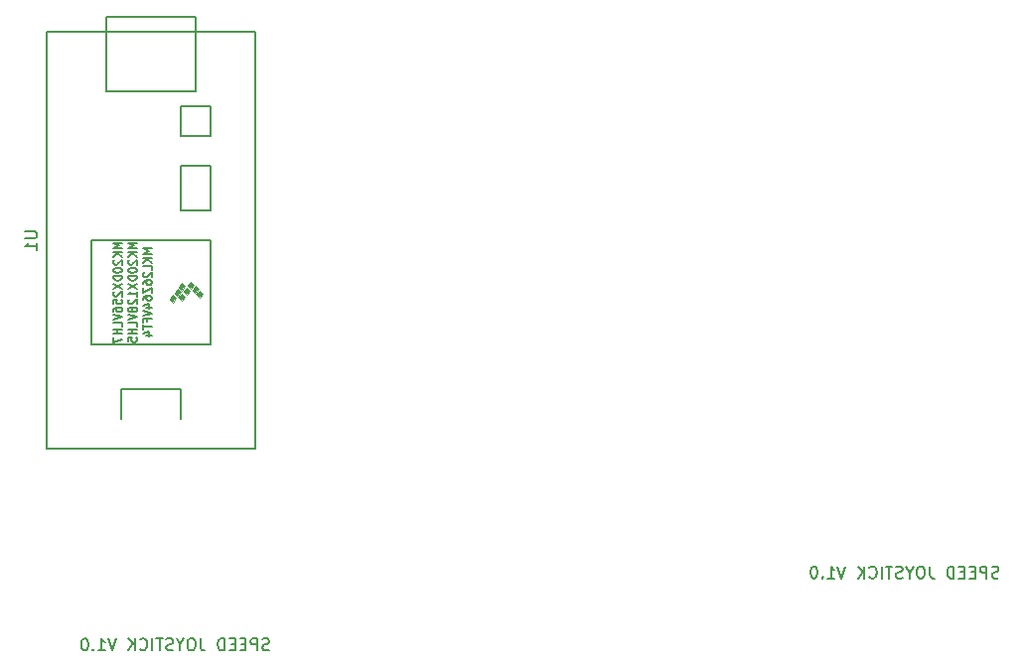
<source format=gbr>
G04 #@! TF.GenerationSoftware,KiCad,Pcbnew,7.0.2-0*
G04 #@! TF.CreationDate,2023-05-22T20:56:43-04:00*
G04 #@! TF.ProjectId,speed_joystick,73706565-645f-46a6-9f79-737469636b2e,rev?*
G04 #@! TF.SameCoordinates,Original*
G04 #@! TF.FileFunction,Legend,Bot*
G04 #@! TF.FilePolarity,Positive*
%FSLAX46Y46*%
G04 Gerber Fmt 4.6, Leading zero omitted, Abs format (unit mm)*
G04 Created by KiCad (PCBNEW 7.0.2-0) date 2023-05-22 20:56:43*
%MOMM*%
%LPD*%
G01*
G04 APERTURE LIST*
%ADD10C,0.150000*%
%ADD11C,0.100000*%
G04 APERTURE END LIST*
D10*
X60718723Y-88272800D02*
X60575866Y-88320419D01*
X60575866Y-88320419D02*
X60337771Y-88320419D01*
X60337771Y-88320419D02*
X60242533Y-88272800D01*
X60242533Y-88272800D02*
X60194914Y-88225180D01*
X60194914Y-88225180D02*
X60147295Y-88129942D01*
X60147295Y-88129942D02*
X60147295Y-88034704D01*
X60147295Y-88034704D02*
X60194914Y-87939466D01*
X60194914Y-87939466D02*
X60242533Y-87891847D01*
X60242533Y-87891847D02*
X60337771Y-87844228D01*
X60337771Y-87844228D02*
X60528247Y-87796609D01*
X60528247Y-87796609D02*
X60623485Y-87748990D01*
X60623485Y-87748990D02*
X60671104Y-87701371D01*
X60671104Y-87701371D02*
X60718723Y-87606133D01*
X60718723Y-87606133D02*
X60718723Y-87510895D01*
X60718723Y-87510895D02*
X60671104Y-87415657D01*
X60671104Y-87415657D02*
X60623485Y-87368038D01*
X60623485Y-87368038D02*
X60528247Y-87320419D01*
X60528247Y-87320419D02*
X60290152Y-87320419D01*
X60290152Y-87320419D02*
X60147295Y-87368038D01*
X59718723Y-88320419D02*
X59718723Y-87320419D01*
X59718723Y-87320419D02*
X59337771Y-87320419D01*
X59337771Y-87320419D02*
X59242533Y-87368038D01*
X59242533Y-87368038D02*
X59194914Y-87415657D01*
X59194914Y-87415657D02*
X59147295Y-87510895D01*
X59147295Y-87510895D02*
X59147295Y-87653752D01*
X59147295Y-87653752D02*
X59194914Y-87748990D01*
X59194914Y-87748990D02*
X59242533Y-87796609D01*
X59242533Y-87796609D02*
X59337771Y-87844228D01*
X59337771Y-87844228D02*
X59718723Y-87844228D01*
X58718723Y-87796609D02*
X58385390Y-87796609D01*
X58242533Y-88320419D02*
X58718723Y-88320419D01*
X58718723Y-88320419D02*
X58718723Y-87320419D01*
X58718723Y-87320419D02*
X58242533Y-87320419D01*
X57813961Y-87796609D02*
X57480628Y-87796609D01*
X57337771Y-88320419D02*
X57813961Y-88320419D01*
X57813961Y-88320419D02*
X57813961Y-87320419D01*
X57813961Y-87320419D02*
X57337771Y-87320419D01*
X56909199Y-88320419D02*
X56909199Y-87320419D01*
X56909199Y-87320419D02*
X56671104Y-87320419D01*
X56671104Y-87320419D02*
X56528247Y-87368038D01*
X56528247Y-87368038D02*
X56433009Y-87463276D01*
X56433009Y-87463276D02*
X56385390Y-87558514D01*
X56385390Y-87558514D02*
X56337771Y-87748990D01*
X56337771Y-87748990D02*
X56337771Y-87891847D01*
X56337771Y-87891847D02*
X56385390Y-88082323D01*
X56385390Y-88082323D02*
X56433009Y-88177561D01*
X56433009Y-88177561D02*
X56528247Y-88272800D01*
X56528247Y-88272800D02*
X56671104Y-88320419D01*
X56671104Y-88320419D02*
X56909199Y-88320419D01*
X54861580Y-87320419D02*
X54861580Y-88034704D01*
X54861580Y-88034704D02*
X54909199Y-88177561D01*
X54909199Y-88177561D02*
X55004437Y-88272800D01*
X55004437Y-88272800D02*
X55147294Y-88320419D01*
X55147294Y-88320419D02*
X55242532Y-88320419D01*
X54194913Y-87320419D02*
X54004437Y-87320419D01*
X54004437Y-87320419D02*
X53909199Y-87368038D01*
X53909199Y-87368038D02*
X53813961Y-87463276D01*
X53813961Y-87463276D02*
X53766342Y-87653752D01*
X53766342Y-87653752D02*
X53766342Y-87987085D01*
X53766342Y-87987085D02*
X53813961Y-88177561D01*
X53813961Y-88177561D02*
X53909199Y-88272800D01*
X53909199Y-88272800D02*
X54004437Y-88320419D01*
X54004437Y-88320419D02*
X54194913Y-88320419D01*
X54194913Y-88320419D02*
X54290151Y-88272800D01*
X54290151Y-88272800D02*
X54385389Y-88177561D01*
X54385389Y-88177561D02*
X54433008Y-87987085D01*
X54433008Y-87987085D02*
X54433008Y-87653752D01*
X54433008Y-87653752D02*
X54385389Y-87463276D01*
X54385389Y-87463276D02*
X54290151Y-87368038D01*
X54290151Y-87368038D02*
X54194913Y-87320419D01*
X53147294Y-87844228D02*
X53147294Y-88320419D01*
X53480627Y-87320419D02*
X53147294Y-87844228D01*
X53147294Y-87844228D02*
X52813961Y-87320419D01*
X52528246Y-88272800D02*
X52385389Y-88320419D01*
X52385389Y-88320419D02*
X52147294Y-88320419D01*
X52147294Y-88320419D02*
X52052056Y-88272800D01*
X52052056Y-88272800D02*
X52004437Y-88225180D01*
X52004437Y-88225180D02*
X51956818Y-88129942D01*
X51956818Y-88129942D02*
X51956818Y-88034704D01*
X51956818Y-88034704D02*
X52004437Y-87939466D01*
X52004437Y-87939466D02*
X52052056Y-87891847D01*
X52052056Y-87891847D02*
X52147294Y-87844228D01*
X52147294Y-87844228D02*
X52337770Y-87796609D01*
X52337770Y-87796609D02*
X52433008Y-87748990D01*
X52433008Y-87748990D02*
X52480627Y-87701371D01*
X52480627Y-87701371D02*
X52528246Y-87606133D01*
X52528246Y-87606133D02*
X52528246Y-87510895D01*
X52528246Y-87510895D02*
X52480627Y-87415657D01*
X52480627Y-87415657D02*
X52433008Y-87368038D01*
X52433008Y-87368038D02*
X52337770Y-87320419D01*
X52337770Y-87320419D02*
X52099675Y-87320419D01*
X52099675Y-87320419D02*
X51956818Y-87368038D01*
X51671103Y-87320419D02*
X51099675Y-87320419D01*
X51385389Y-88320419D02*
X51385389Y-87320419D01*
X50766341Y-88320419D02*
X50766341Y-87320419D01*
X49718723Y-88225180D02*
X49766342Y-88272800D01*
X49766342Y-88272800D02*
X49909199Y-88320419D01*
X49909199Y-88320419D02*
X50004437Y-88320419D01*
X50004437Y-88320419D02*
X50147294Y-88272800D01*
X50147294Y-88272800D02*
X50242532Y-88177561D01*
X50242532Y-88177561D02*
X50290151Y-88082323D01*
X50290151Y-88082323D02*
X50337770Y-87891847D01*
X50337770Y-87891847D02*
X50337770Y-87748990D01*
X50337770Y-87748990D02*
X50290151Y-87558514D01*
X50290151Y-87558514D02*
X50242532Y-87463276D01*
X50242532Y-87463276D02*
X50147294Y-87368038D01*
X50147294Y-87368038D02*
X50004437Y-87320419D01*
X50004437Y-87320419D02*
X49909199Y-87320419D01*
X49909199Y-87320419D02*
X49766342Y-87368038D01*
X49766342Y-87368038D02*
X49718723Y-87415657D01*
X49290151Y-88320419D02*
X49290151Y-87320419D01*
X48718723Y-88320419D02*
X49147294Y-87748990D01*
X48718723Y-87320419D02*
X49290151Y-87891847D01*
X47671103Y-87320419D02*
X47337770Y-88320419D01*
X47337770Y-88320419D02*
X47004437Y-87320419D01*
X46147294Y-88320419D02*
X46718722Y-88320419D01*
X46433008Y-88320419D02*
X46433008Y-87320419D01*
X46433008Y-87320419D02*
X46528246Y-87463276D01*
X46528246Y-87463276D02*
X46623484Y-87558514D01*
X46623484Y-87558514D02*
X46718722Y-87606133D01*
X45718722Y-88225180D02*
X45671103Y-88272800D01*
X45671103Y-88272800D02*
X45718722Y-88320419D01*
X45718722Y-88320419D02*
X45766341Y-88272800D01*
X45766341Y-88272800D02*
X45718722Y-88225180D01*
X45718722Y-88225180D02*
X45718722Y-88320419D01*
X45052056Y-87320419D02*
X44956818Y-87320419D01*
X44956818Y-87320419D02*
X44861580Y-87368038D01*
X44861580Y-87368038D02*
X44813961Y-87415657D01*
X44813961Y-87415657D02*
X44766342Y-87510895D01*
X44766342Y-87510895D02*
X44718723Y-87701371D01*
X44718723Y-87701371D02*
X44718723Y-87939466D01*
X44718723Y-87939466D02*
X44766342Y-88129942D01*
X44766342Y-88129942D02*
X44813961Y-88225180D01*
X44813961Y-88225180D02*
X44861580Y-88272800D01*
X44861580Y-88272800D02*
X44956818Y-88320419D01*
X44956818Y-88320419D02*
X45052056Y-88320419D01*
X45052056Y-88320419D02*
X45147294Y-88272800D01*
X45147294Y-88272800D02*
X45194913Y-88225180D01*
X45194913Y-88225180D02*
X45242532Y-88129942D01*
X45242532Y-88129942D02*
X45290151Y-87939466D01*
X45290151Y-87939466D02*
X45290151Y-87701371D01*
X45290151Y-87701371D02*
X45242532Y-87510895D01*
X45242532Y-87510895D02*
X45194913Y-87415657D01*
X45194913Y-87415657D02*
X45147294Y-87368038D01*
X45147294Y-87368038D02*
X45052056Y-87320419D01*
X122897923Y-82126000D02*
X122755066Y-82173619D01*
X122755066Y-82173619D02*
X122516971Y-82173619D01*
X122516971Y-82173619D02*
X122421733Y-82126000D01*
X122421733Y-82126000D02*
X122374114Y-82078380D01*
X122374114Y-82078380D02*
X122326495Y-81983142D01*
X122326495Y-81983142D02*
X122326495Y-81887904D01*
X122326495Y-81887904D02*
X122374114Y-81792666D01*
X122374114Y-81792666D02*
X122421733Y-81745047D01*
X122421733Y-81745047D02*
X122516971Y-81697428D01*
X122516971Y-81697428D02*
X122707447Y-81649809D01*
X122707447Y-81649809D02*
X122802685Y-81602190D01*
X122802685Y-81602190D02*
X122850304Y-81554571D01*
X122850304Y-81554571D02*
X122897923Y-81459333D01*
X122897923Y-81459333D02*
X122897923Y-81364095D01*
X122897923Y-81364095D02*
X122850304Y-81268857D01*
X122850304Y-81268857D02*
X122802685Y-81221238D01*
X122802685Y-81221238D02*
X122707447Y-81173619D01*
X122707447Y-81173619D02*
X122469352Y-81173619D01*
X122469352Y-81173619D02*
X122326495Y-81221238D01*
X121897923Y-82173619D02*
X121897923Y-81173619D01*
X121897923Y-81173619D02*
X121516971Y-81173619D01*
X121516971Y-81173619D02*
X121421733Y-81221238D01*
X121421733Y-81221238D02*
X121374114Y-81268857D01*
X121374114Y-81268857D02*
X121326495Y-81364095D01*
X121326495Y-81364095D02*
X121326495Y-81506952D01*
X121326495Y-81506952D02*
X121374114Y-81602190D01*
X121374114Y-81602190D02*
X121421733Y-81649809D01*
X121421733Y-81649809D02*
X121516971Y-81697428D01*
X121516971Y-81697428D02*
X121897923Y-81697428D01*
X120897923Y-81649809D02*
X120564590Y-81649809D01*
X120421733Y-82173619D02*
X120897923Y-82173619D01*
X120897923Y-82173619D02*
X120897923Y-81173619D01*
X120897923Y-81173619D02*
X120421733Y-81173619D01*
X119993161Y-81649809D02*
X119659828Y-81649809D01*
X119516971Y-82173619D02*
X119993161Y-82173619D01*
X119993161Y-82173619D02*
X119993161Y-81173619D01*
X119993161Y-81173619D02*
X119516971Y-81173619D01*
X119088399Y-82173619D02*
X119088399Y-81173619D01*
X119088399Y-81173619D02*
X118850304Y-81173619D01*
X118850304Y-81173619D02*
X118707447Y-81221238D01*
X118707447Y-81221238D02*
X118612209Y-81316476D01*
X118612209Y-81316476D02*
X118564590Y-81411714D01*
X118564590Y-81411714D02*
X118516971Y-81602190D01*
X118516971Y-81602190D02*
X118516971Y-81745047D01*
X118516971Y-81745047D02*
X118564590Y-81935523D01*
X118564590Y-81935523D02*
X118612209Y-82030761D01*
X118612209Y-82030761D02*
X118707447Y-82126000D01*
X118707447Y-82126000D02*
X118850304Y-82173619D01*
X118850304Y-82173619D02*
X119088399Y-82173619D01*
X117040780Y-81173619D02*
X117040780Y-81887904D01*
X117040780Y-81887904D02*
X117088399Y-82030761D01*
X117088399Y-82030761D02*
X117183637Y-82126000D01*
X117183637Y-82126000D02*
X117326494Y-82173619D01*
X117326494Y-82173619D02*
X117421732Y-82173619D01*
X116374113Y-81173619D02*
X116183637Y-81173619D01*
X116183637Y-81173619D02*
X116088399Y-81221238D01*
X116088399Y-81221238D02*
X115993161Y-81316476D01*
X115993161Y-81316476D02*
X115945542Y-81506952D01*
X115945542Y-81506952D02*
X115945542Y-81840285D01*
X115945542Y-81840285D02*
X115993161Y-82030761D01*
X115993161Y-82030761D02*
X116088399Y-82126000D01*
X116088399Y-82126000D02*
X116183637Y-82173619D01*
X116183637Y-82173619D02*
X116374113Y-82173619D01*
X116374113Y-82173619D02*
X116469351Y-82126000D01*
X116469351Y-82126000D02*
X116564589Y-82030761D01*
X116564589Y-82030761D02*
X116612208Y-81840285D01*
X116612208Y-81840285D02*
X116612208Y-81506952D01*
X116612208Y-81506952D02*
X116564589Y-81316476D01*
X116564589Y-81316476D02*
X116469351Y-81221238D01*
X116469351Y-81221238D02*
X116374113Y-81173619D01*
X115326494Y-81697428D02*
X115326494Y-82173619D01*
X115659827Y-81173619D02*
X115326494Y-81697428D01*
X115326494Y-81697428D02*
X114993161Y-81173619D01*
X114707446Y-82126000D02*
X114564589Y-82173619D01*
X114564589Y-82173619D02*
X114326494Y-82173619D01*
X114326494Y-82173619D02*
X114231256Y-82126000D01*
X114231256Y-82126000D02*
X114183637Y-82078380D01*
X114183637Y-82078380D02*
X114136018Y-81983142D01*
X114136018Y-81983142D02*
X114136018Y-81887904D01*
X114136018Y-81887904D02*
X114183637Y-81792666D01*
X114183637Y-81792666D02*
X114231256Y-81745047D01*
X114231256Y-81745047D02*
X114326494Y-81697428D01*
X114326494Y-81697428D02*
X114516970Y-81649809D01*
X114516970Y-81649809D02*
X114612208Y-81602190D01*
X114612208Y-81602190D02*
X114659827Y-81554571D01*
X114659827Y-81554571D02*
X114707446Y-81459333D01*
X114707446Y-81459333D02*
X114707446Y-81364095D01*
X114707446Y-81364095D02*
X114659827Y-81268857D01*
X114659827Y-81268857D02*
X114612208Y-81221238D01*
X114612208Y-81221238D02*
X114516970Y-81173619D01*
X114516970Y-81173619D02*
X114278875Y-81173619D01*
X114278875Y-81173619D02*
X114136018Y-81221238D01*
X113850303Y-81173619D02*
X113278875Y-81173619D01*
X113564589Y-82173619D02*
X113564589Y-81173619D01*
X112945541Y-82173619D02*
X112945541Y-81173619D01*
X111897923Y-82078380D02*
X111945542Y-82126000D01*
X111945542Y-82126000D02*
X112088399Y-82173619D01*
X112088399Y-82173619D02*
X112183637Y-82173619D01*
X112183637Y-82173619D02*
X112326494Y-82126000D01*
X112326494Y-82126000D02*
X112421732Y-82030761D01*
X112421732Y-82030761D02*
X112469351Y-81935523D01*
X112469351Y-81935523D02*
X112516970Y-81745047D01*
X112516970Y-81745047D02*
X112516970Y-81602190D01*
X112516970Y-81602190D02*
X112469351Y-81411714D01*
X112469351Y-81411714D02*
X112421732Y-81316476D01*
X112421732Y-81316476D02*
X112326494Y-81221238D01*
X112326494Y-81221238D02*
X112183637Y-81173619D01*
X112183637Y-81173619D02*
X112088399Y-81173619D01*
X112088399Y-81173619D02*
X111945542Y-81221238D01*
X111945542Y-81221238D02*
X111897923Y-81268857D01*
X111469351Y-82173619D02*
X111469351Y-81173619D01*
X110897923Y-82173619D02*
X111326494Y-81602190D01*
X110897923Y-81173619D02*
X111469351Y-81745047D01*
X109850303Y-81173619D02*
X109516970Y-82173619D01*
X109516970Y-82173619D02*
X109183637Y-81173619D01*
X108326494Y-82173619D02*
X108897922Y-82173619D01*
X108612208Y-82173619D02*
X108612208Y-81173619D01*
X108612208Y-81173619D02*
X108707446Y-81316476D01*
X108707446Y-81316476D02*
X108802684Y-81411714D01*
X108802684Y-81411714D02*
X108897922Y-81459333D01*
X107897922Y-82078380D02*
X107850303Y-82126000D01*
X107850303Y-82126000D02*
X107897922Y-82173619D01*
X107897922Y-82173619D02*
X107945541Y-82126000D01*
X107945541Y-82126000D02*
X107897922Y-82078380D01*
X107897922Y-82078380D02*
X107897922Y-82173619D01*
X107231256Y-81173619D02*
X107136018Y-81173619D01*
X107136018Y-81173619D02*
X107040780Y-81221238D01*
X107040780Y-81221238D02*
X106993161Y-81268857D01*
X106993161Y-81268857D02*
X106945542Y-81364095D01*
X106945542Y-81364095D02*
X106897923Y-81554571D01*
X106897923Y-81554571D02*
X106897923Y-81792666D01*
X106897923Y-81792666D02*
X106945542Y-81983142D01*
X106945542Y-81983142D02*
X106993161Y-82078380D01*
X106993161Y-82078380D02*
X107040780Y-82126000D01*
X107040780Y-82126000D02*
X107136018Y-82173619D01*
X107136018Y-82173619D02*
X107231256Y-82173619D01*
X107231256Y-82173619D02*
X107326494Y-82126000D01*
X107326494Y-82126000D02*
X107374113Y-82078380D01*
X107374113Y-82078380D02*
X107421732Y-81983142D01*
X107421732Y-81983142D02*
X107469351Y-81792666D01*
X107469351Y-81792666D02*
X107469351Y-81554571D01*
X107469351Y-81554571D02*
X107421732Y-81364095D01*
X107421732Y-81364095D02*
X107374113Y-81268857D01*
X107374113Y-81268857D02*
X107326494Y-81221238D01*
X107326494Y-81221238D02*
X107231256Y-81173619D01*
X39937619Y-52578095D02*
X40747142Y-52578095D01*
X40747142Y-52578095D02*
X40842380Y-52625714D01*
X40842380Y-52625714D02*
X40890000Y-52673333D01*
X40890000Y-52673333D02*
X40937619Y-52768571D01*
X40937619Y-52768571D02*
X40937619Y-52959047D01*
X40937619Y-52959047D02*
X40890000Y-53054285D01*
X40890000Y-53054285D02*
X40842380Y-53101904D01*
X40842380Y-53101904D02*
X40747142Y-53149523D01*
X40747142Y-53149523D02*
X39937619Y-53149523D01*
X40937619Y-54149523D02*
X40937619Y-53578095D01*
X40937619Y-53863809D02*
X39937619Y-53863809D01*
X39937619Y-53863809D02*
X40080476Y-53768571D01*
X40080476Y-53768571D02*
X40175714Y-53673333D01*
X40175714Y-53673333D02*
X40223333Y-53578095D01*
X50704833Y-54051665D02*
X50004833Y-54051665D01*
X50004833Y-54051665D02*
X50504833Y-54284999D01*
X50504833Y-54284999D02*
X50004833Y-54518332D01*
X50004833Y-54518332D02*
X50704833Y-54518332D01*
X50704833Y-54851665D02*
X50004833Y-54851665D01*
X50704833Y-55251665D02*
X50304833Y-54951665D01*
X50004833Y-55251665D02*
X50404833Y-54851665D01*
X50704833Y-55884999D02*
X50704833Y-55551665D01*
X50704833Y-55551665D02*
X50004833Y-55551665D01*
X50071500Y-56084999D02*
X50038166Y-56118332D01*
X50038166Y-56118332D02*
X50004833Y-56184999D01*
X50004833Y-56184999D02*
X50004833Y-56351666D01*
X50004833Y-56351666D02*
X50038166Y-56418332D01*
X50038166Y-56418332D02*
X50071500Y-56451666D01*
X50071500Y-56451666D02*
X50138166Y-56484999D01*
X50138166Y-56484999D02*
X50204833Y-56484999D01*
X50204833Y-56484999D02*
X50304833Y-56451666D01*
X50304833Y-56451666D02*
X50704833Y-56051666D01*
X50704833Y-56051666D02*
X50704833Y-56484999D01*
X50004833Y-57084999D02*
X50004833Y-56951666D01*
X50004833Y-56951666D02*
X50038166Y-56884999D01*
X50038166Y-56884999D02*
X50071500Y-56851666D01*
X50071500Y-56851666D02*
X50171500Y-56784999D01*
X50171500Y-56784999D02*
X50304833Y-56751666D01*
X50304833Y-56751666D02*
X50571500Y-56751666D01*
X50571500Y-56751666D02*
X50638166Y-56784999D01*
X50638166Y-56784999D02*
X50671500Y-56818333D01*
X50671500Y-56818333D02*
X50704833Y-56884999D01*
X50704833Y-56884999D02*
X50704833Y-57018333D01*
X50704833Y-57018333D02*
X50671500Y-57084999D01*
X50671500Y-57084999D02*
X50638166Y-57118333D01*
X50638166Y-57118333D02*
X50571500Y-57151666D01*
X50571500Y-57151666D02*
X50404833Y-57151666D01*
X50404833Y-57151666D02*
X50338166Y-57118333D01*
X50338166Y-57118333D02*
X50304833Y-57084999D01*
X50304833Y-57084999D02*
X50271500Y-57018333D01*
X50271500Y-57018333D02*
X50271500Y-56884999D01*
X50271500Y-56884999D02*
X50304833Y-56818333D01*
X50304833Y-56818333D02*
X50338166Y-56784999D01*
X50338166Y-56784999D02*
X50404833Y-56751666D01*
X50004833Y-57385000D02*
X50004833Y-57851666D01*
X50004833Y-57851666D02*
X50704833Y-57385000D01*
X50704833Y-57385000D02*
X50704833Y-57851666D01*
X50004833Y-58418333D02*
X50004833Y-58285000D01*
X50004833Y-58285000D02*
X50038166Y-58218333D01*
X50038166Y-58218333D02*
X50071500Y-58185000D01*
X50071500Y-58185000D02*
X50171500Y-58118333D01*
X50171500Y-58118333D02*
X50304833Y-58085000D01*
X50304833Y-58085000D02*
X50571500Y-58085000D01*
X50571500Y-58085000D02*
X50638166Y-58118333D01*
X50638166Y-58118333D02*
X50671500Y-58151667D01*
X50671500Y-58151667D02*
X50704833Y-58218333D01*
X50704833Y-58218333D02*
X50704833Y-58351667D01*
X50704833Y-58351667D02*
X50671500Y-58418333D01*
X50671500Y-58418333D02*
X50638166Y-58451667D01*
X50638166Y-58451667D02*
X50571500Y-58485000D01*
X50571500Y-58485000D02*
X50404833Y-58485000D01*
X50404833Y-58485000D02*
X50338166Y-58451667D01*
X50338166Y-58451667D02*
X50304833Y-58418333D01*
X50304833Y-58418333D02*
X50271500Y-58351667D01*
X50271500Y-58351667D02*
X50271500Y-58218333D01*
X50271500Y-58218333D02*
X50304833Y-58151667D01*
X50304833Y-58151667D02*
X50338166Y-58118333D01*
X50338166Y-58118333D02*
X50404833Y-58085000D01*
X50238166Y-59085000D02*
X50704833Y-59085000D01*
X49971500Y-58918334D02*
X50471500Y-58751667D01*
X50471500Y-58751667D02*
X50471500Y-59185000D01*
X50004833Y-59351667D02*
X50704833Y-59585001D01*
X50704833Y-59585001D02*
X50004833Y-59818334D01*
X50338166Y-60285001D02*
X50338166Y-60051667D01*
X50704833Y-60051667D02*
X50004833Y-60051667D01*
X50004833Y-60051667D02*
X50004833Y-60385001D01*
X50004833Y-60551667D02*
X50004833Y-60951667D01*
X50704833Y-60751667D02*
X50004833Y-60751667D01*
X50238166Y-61485000D02*
X50704833Y-61485000D01*
X49971500Y-61318334D02*
X50471500Y-61151667D01*
X50471500Y-61151667D02*
X50471500Y-61585000D01*
X49434833Y-53568332D02*
X48734833Y-53568332D01*
X48734833Y-53568332D02*
X49234833Y-53801666D01*
X49234833Y-53801666D02*
X48734833Y-54034999D01*
X48734833Y-54034999D02*
X49434833Y-54034999D01*
X49434833Y-54368332D02*
X48734833Y-54368332D01*
X49434833Y-54768332D02*
X49034833Y-54468332D01*
X48734833Y-54768332D02*
X49134833Y-54368332D01*
X48801500Y-55034999D02*
X48768166Y-55068332D01*
X48768166Y-55068332D02*
X48734833Y-55134999D01*
X48734833Y-55134999D02*
X48734833Y-55301666D01*
X48734833Y-55301666D02*
X48768166Y-55368332D01*
X48768166Y-55368332D02*
X48801500Y-55401666D01*
X48801500Y-55401666D02*
X48868166Y-55434999D01*
X48868166Y-55434999D02*
X48934833Y-55434999D01*
X48934833Y-55434999D02*
X49034833Y-55401666D01*
X49034833Y-55401666D02*
X49434833Y-55001666D01*
X49434833Y-55001666D02*
X49434833Y-55434999D01*
X48734833Y-55868333D02*
X48734833Y-55934999D01*
X48734833Y-55934999D02*
X48768166Y-56001666D01*
X48768166Y-56001666D02*
X48801500Y-56034999D01*
X48801500Y-56034999D02*
X48868166Y-56068333D01*
X48868166Y-56068333D02*
X49001500Y-56101666D01*
X49001500Y-56101666D02*
X49168166Y-56101666D01*
X49168166Y-56101666D02*
X49301500Y-56068333D01*
X49301500Y-56068333D02*
X49368166Y-56034999D01*
X49368166Y-56034999D02*
X49401500Y-56001666D01*
X49401500Y-56001666D02*
X49434833Y-55934999D01*
X49434833Y-55934999D02*
X49434833Y-55868333D01*
X49434833Y-55868333D02*
X49401500Y-55801666D01*
X49401500Y-55801666D02*
X49368166Y-55768333D01*
X49368166Y-55768333D02*
X49301500Y-55734999D01*
X49301500Y-55734999D02*
X49168166Y-55701666D01*
X49168166Y-55701666D02*
X49001500Y-55701666D01*
X49001500Y-55701666D02*
X48868166Y-55734999D01*
X48868166Y-55734999D02*
X48801500Y-55768333D01*
X48801500Y-55768333D02*
X48768166Y-55801666D01*
X48768166Y-55801666D02*
X48734833Y-55868333D01*
X49434833Y-56401666D02*
X48734833Y-56401666D01*
X48734833Y-56401666D02*
X48734833Y-56568333D01*
X48734833Y-56568333D02*
X48768166Y-56668333D01*
X48768166Y-56668333D02*
X48834833Y-56735000D01*
X48834833Y-56735000D02*
X48901500Y-56768333D01*
X48901500Y-56768333D02*
X49034833Y-56801666D01*
X49034833Y-56801666D02*
X49134833Y-56801666D01*
X49134833Y-56801666D02*
X49268166Y-56768333D01*
X49268166Y-56768333D02*
X49334833Y-56735000D01*
X49334833Y-56735000D02*
X49401500Y-56668333D01*
X49401500Y-56668333D02*
X49434833Y-56568333D01*
X49434833Y-56568333D02*
X49434833Y-56401666D01*
X48734833Y-57035000D02*
X49434833Y-57501666D01*
X48734833Y-57501666D02*
X49434833Y-57035000D01*
X49434833Y-58135000D02*
X49434833Y-57735000D01*
X49434833Y-57935000D02*
X48734833Y-57935000D01*
X48734833Y-57935000D02*
X48834833Y-57868333D01*
X48834833Y-57868333D02*
X48901500Y-57801667D01*
X48901500Y-57801667D02*
X48934833Y-57735000D01*
X48801500Y-58401667D02*
X48768166Y-58435000D01*
X48768166Y-58435000D02*
X48734833Y-58501667D01*
X48734833Y-58501667D02*
X48734833Y-58668334D01*
X48734833Y-58668334D02*
X48768166Y-58735000D01*
X48768166Y-58735000D02*
X48801500Y-58768334D01*
X48801500Y-58768334D02*
X48868166Y-58801667D01*
X48868166Y-58801667D02*
X48934833Y-58801667D01*
X48934833Y-58801667D02*
X49034833Y-58768334D01*
X49034833Y-58768334D02*
X49434833Y-58368334D01*
X49434833Y-58368334D02*
X49434833Y-58801667D01*
X49034833Y-59201667D02*
X49001500Y-59135001D01*
X49001500Y-59135001D02*
X48968166Y-59101667D01*
X48968166Y-59101667D02*
X48901500Y-59068334D01*
X48901500Y-59068334D02*
X48868166Y-59068334D01*
X48868166Y-59068334D02*
X48801500Y-59101667D01*
X48801500Y-59101667D02*
X48768166Y-59135001D01*
X48768166Y-59135001D02*
X48734833Y-59201667D01*
X48734833Y-59201667D02*
X48734833Y-59335001D01*
X48734833Y-59335001D02*
X48768166Y-59401667D01*
X48768166Y-59401667D02*
X48801500Y-59435001D01*
X48801500Y-59435001D02*
X48868166Y-59468334D01*
X48868166Y-59468334D02*
X48901500Y-59468334D01*
X48901500Y-59468334D02*
X48968166Y-59435001D01*
X48968166Y-59435001D02*
X49001500Y-59401667D01*
X49001500Y-59401667D02*
X49034833Y-59335001D01*
X49034833Y-59335001D02*
X49034833Y-59201667D01*
X49034833Y-59201667D02*
X49068166Y-59135001D01*
X49068166Y-59135001D02*
X49101500Y-59101667D01*
X49101500Y-59101667D02*
X49168166Y-59068334D01*
X49168166Y-59068334D02*
X49301500Y-59068334D01*
X49301500Y-59068334D02*
X49368166Y-59101667D01*
X49368166Y-59101667D02*
X49401500Y-59135001D01*
X49401500Y-59135001D02*
X49434833Y-59201667D01*
X49434833Y-59201667D02*
X49434833Y-59335001D01*
X49434833Y-59335001D02*
X49401500Y-59401667D01*
X49401500Y-59401667D02*
X49368166Y-59435001D01*
X49368166Y-59435001D02*
X49301500Y-59468334D01*
X49301500Y-59468334D02*
X49168166Y-59468334D01*
X49168166Y-59468334D02*
X49101500Y-59435001D01*
X49101500Y-59435001D02*
X49068166Y-59401667D01*
X49068166Y-59401667D02*
X49034833Y-59335001D01*
X48734833Y-59668334D02*
X49434833Y-59901668D01*
X49434833Y-59901668D02*
X48734833Y-60135001D01*
X49434833Y-60701668D02*
X49434833Y-60368334D01*
X49434833Y-60368334D02*
X48734833Y-60368334D01*
X49434833Y-60935001D02*
X48734833Y-60935001D01*
X49068166Y-60935001D02*
X49068166Y-61335001D01*
X49434833Y-61335001D02*
X48734833Y-61335001D01*
X48734833Y-62001668D02*
X48734833Y-61668334D01*
X48734833Y-61668334D02*
X49068166Y-61635001D01*
X49068166Y-61635001D02*
X49034833Y-61668334D01*
X49034833Y-61668334D02*
X49001500Y-61735001D01*
X49001500Y-61735001D02*
X49001500Y-61901668D01*
X49001500Y-61901668D02*
X49034833Y-61968334D01*
X49034833Y-61968334D02*
X49068166Y-62001668D01*
X49068166Y-62001668D02*
X49134833Y-62035001D01*
X49134833Y-62035001D02*
X49301500Y-62035001D01*
X49301500Y-62035001D02*
X49368166Y-62001668D01*
X49368166Y-62001668D02*
X49401500Y-61968334D01*
X49401500Y-61968334D02*
X49434833Y-61901668D01*
X49434833Y-61901668D02*
X49434833Y-61735001D01*
X49434833Y-61735001D02*
X49401500Y-61668334D01*
X49401500Y-61668334D02*
X49368166Y-61635001D01*
X48164833Y-53568332D02*
X47464833Y-53568332D01*
X47464833Y-53568332D02*
X47964833Y-53801666D01*
X47964833Y-53801666D02*
X47464833Y-54034999D01*
X47464833Y-54034999D02*
X48164833Y-54034999D01*
X48164833Y-54368332D02*
X47464833Y-54368332D01*
X48164833Y-54768332D02*
X47764833Y-54468332D01*
X47464833Y-54768332D02*
X47864833Y-54368332D01*
X47531500Y-55034999D02*
X47498166Y-55068332D01*
X47498166Y-55068332D02*
X47464833Y-55134999D01*
X47464833Y-55134999D02*
X47464833Y-55301666D01*
X47464833Y-55301666D02*
X47498166Y-55368332D01*
X47498166Y-55368332D02*
X47531500Y-55401666D01*
X47531500Y-55401666D02*
X47598166Y-55434999D01*
X47598166Y-55434999D02*
X47664833Y-55434999D01*
X47664833Y-55434999D02*
X47764833Y-55401666D01*
X47764833Y-55401666D02*
X48164833Y-55001666D01*
X48164833Y-55001666D02*
X48164833Y-55434999D01*
X47464833Y-55868333D02*
X47464833Y-55934999D01*
X47464833Y-55934999D02*
X47498166Y-56001666D01*
X47498166Y-56001666D02*
X47531500Y-56034999D01*
X47531500Y-56034999D02*
X47598166Y-56068333D01*
X47598166Y-56068333D02*
X47731500Y-56101666D01*
X47731500Y-56101666D02*
X47898166Y-56101666D01*
X47898166Y-56101666D02*
X48031500Y-56068333D01*
X48031500Y-56068333D02*
X48098166Y-56034999D01*
X48098166Y-56034999D02*
X48131500Y-56001666D01*
X48131500Y-56001666D02*
X48164833Y-55934999D01*
X48164833Y-55934999D02*
X48164833Y-55868333D01*
X48164833Y-55868333D02*
X48131500Y-55801666D01*
X48131500Y-55801666D02*
X48098166Y-55768333D01*
X48098166Y-55768333D02*
X48031500Y-55734999D01*
X48031500Y-55734999D02*
X47898166Y-55701666D01*
X47898166Y-55701666D02*
X47731500Y-55701666D01*
X47731500Y-55701666D02*
X47598166Y-55734999D01*
X47598166Y-55734999D02*
X47531500Y-55768333D01*
X47531500Y-55768333D02*
X47498166Y-55801666D01*
X47498166Y-55801666D02*
X47464833Y-55868333D01*
X48164833Y-56401666D02*
X47464833Y-56401666D01*
X47464833Y-56401666D02*
X47464833Y-56568333D01*
X47464833Y-56568333D02*
X47498166Y-56668333D01*
X47498166Y-56668333D02*
X47564833Y-56735000D01*
X47564833Y-56735000D02*
X47631500Y-56768333D01*
X47631500Y-56768333D02*
X47764833Y-56801666D01*
X47764833Y-56801666D02*
X47864833Y-56801666D01*
X47864833Y-56801666D02*
X47998166Y-56768333D01*
X47998166Y-56768333D02*
X48064833Y-56735000D01*
X48064833Y-56735000D02*
X48131500Y-56668333D01*
X48131500Y-56668333D02*
X48164833Y-56568333D01*
X48164833Y-56568333D02*
X48164833Y-56401666D01*
X47464833Y-57035000D02*
X48164833Y-57501666D01*
X47464833Y-57501666D02*
X48164833Y-57035000D01*
X47531500Y-57735000D02*
X47498166Y-57768333D01*
X47498166Y-57768333D02*
X47464833Y-57835000D01*
X47464833Y-57835000D02*
X47464833Y-58001667D01*
X47464833Y-58001667D02*
X47498166Y-58068333D01*
X47498166Y-58068333D02*
X47531500Y-58101667D01*
X47531500Y-58101667D02*
X47598166Y-58135000D01*
X47598166Y-58135000D02*
X47664833Y-58135000D01*
X47664833Y-58135000D02*
X47764833Y-58101667D01*
X47764833Y-58101667D02*
X48164833Y-57701667D01*
X48164833Y-57701667D02*
X48164833Y-58135000D01*
X47464833Y-58768334D02*
X47464833Y-58435000D01*
X47464833Y-58435000D02*
X47798166Y-58401667D01*
X47798166Y-58401667D02*
X47764833Y-58435000D01*
X47764833Y-58435000D02*
X47731500Y-58501667D01*
X47731500Y-58501667D02*
X47731500Y-58668334D01*
X47731500Y-58668334D02*
X47764833Y-58735000D01*
X47764833Y-58735000D02*
X47798166Y-58768334D01*
X47798166Y-58768334D02*
X47864833Y-58801667D01*
X47864833Y-58801667D02*
X48031500Y-58801667D01*
X48031500Y-58801667D02*
X48098166Y-58768334D01*
X48098166Y-58768334D02*
X48131500Y-58735000D01*
X48131500Y-58735000D02*
X48164833Y-58668334D01*
X48164833Y-58668334D02*
X48164833Y-58501667D01*
X48164833Y-58501667D02*
X48131500Y-58435000D01*
X48131500Y-58435000D02*
X48098166Y-58401667D01*
X47464833Y-59401667D02*
X47464833Y-59268334D01*
X47464833Y-59268334D02*
X47498166Y-59201667D01*
X47498166Y-59201667D02*
X47531500Y-59168334D01*
X47531500Y-59168334D02*
X47631500Y-59101667D01*
X47631500Y-59101667D02*
X47764833Y-59068334D01*
X47764833Y-59068334D02*
X48031500Y-59068334D01*
X48031500Y-59068334D02*
X48098166Y-59101667D01*
X48098166Y-59101667D02*
X48131500Y-59135001D01*
X48131500Y-59135001D02*
X48164833Y-59201667D01*
X48164833Y-59201667D02*
X48164833Y-59335001D01*
X48164833Y-59335001D02*
X48131500Y-59401667D01*
X48131500Y-59401667D02*
X48098166Y-59435001D01*
X48098166Y-59435001D02*
X48031500Y-59468334D01*
X48031500Y-59468334D02*
X47864833Y-59468334D01*
X47864833Y-59468334D02*
X47798166Y-59435001D01*
X47798166Y-59435001D02*
X47764833Y-59401667D01*
X47764833Y-59401667D02*
X47731500Y-59335001D01*
X47731500Y-59335001D02*
X47731500Y-59201667D01*
X47731500Y-59201667D02*
X47764833Y-59135001D01*
X47764833Y-59135001D02*
X47798166Y-59101667D01*
X47798166Y-59101667D02*
X47864833Y-59068334D01*
X47464833Y-59668334D02*
X48164833Y-59901668D01*
X48164833Y-59901668D02*
X47464833Y-60135001D01*
X48164833Y-60701668D02*
X48164833Y-60368334D01*
X48164833Y-60368334D02*
X47464833Y-60368334D01*
X48164833Y-60935001D02*
X47464833Y-60935001D01*
X47798166Y-60935001D02*
X47798166Y-61335001D01*
X48164833Y-61335001D02*
X47464833Y-61335001D01*
X47464833Y-61601668D02*
X47464833Y-62068334D01*
X47464833Y-62068334D02*
X48164833Y-61768334D01*
X54445000Y-34290000D02*
X46825000Y-34290000D01*
X46825000Y-34290000D02*
X46825000Y-35560000D01*
X59525000Y-35560000D02*
X41745000Y-35560000D01*
X54445000Y-35560000D02*
X54445000Y-34290000D01*
X41745000Y-35560000D02*
X41745000Y-71120000D01*
X54445000Y-40640000D02*
X54445000Y-35560000D01*
X54445000Y-40640000D02*
X46825000Y-40640000D01*
X46825000Y-40640000D02*
X46825000Y-35560000D01*
X55715000Y-41910000D02*
X55715000Y-44450000D01*
X53175000Y-41910000D02*
X55715000Y-41910000D01*
X55715000Y-44450000D02*
X53175000Y-44450000D01*
X53175000Y-44450000D02*
X53175000Y-41910000D01*
X55715000Y-46990000D02*
X55715000Y-50800000D01*
X53175000Y-46990000D02*
X55715000Y-46990000D01*
X55715000Y-50800000D02*
X53175000Y-50800000D01*
X53175000Y-50800000D02*
X53175000Y-46990000D01*
X45555000Y-53340000D02*
X55715000Y-53340000D01*
X55715000Y-62230000D02*
X55715000Y-53340000D01*
X55715000Y-62230000D02*
X45555000Y-62230000D01*
X45555000Y-62230000D02*
X45555000Y-53340000D01*
X53175000Y-66040000D02*
X48095000Y-66040000D01*
X48095000Y-66040000D02*
X48095000Y-68580000D01*
X53175000Y-68580000D02*
X53175000Y-66040000D01*
X59525000Y-71120000D02*
X59525000Y-35560000D01*
X41745000Y-71120000D02*
X59525000Y-71120000D01*
D11*
X54318000Y-57150000D02*
X54064000Y-57531000D01*
X53810000Y-57277000D01*
X54064000Y-56896000D01*
X54318000Y-57150000D01*
G36*
X54318000Y-57150000D02*
G01*
X54064000Y-57531000D01*
X53810000Y-57277000D01*
X54064000Y-56896000D01*
X54318000Y-57150000D01*
G37*
X53556000Y-57277000D02*
X53302000Y-57658000D01*
X53048000Y-57404000D01*
X53302000Y-57023000D01*
X53556000Y-57277000D01*
G36*
X53556000Y-57277000D02*
G01*
X53302000Y-57658000D01*
X53048000Y-57404000D01*
X53302000Y-57023000D01*
X53556000Y-57277000D01*
G37*
X54699000Y-57531000D02*
X54445000Y-57912000D01*
X54191000Y-57658000D01*
X54445000Y-57277000D01*
X54699000Y-57531000D01*
G36*
X54699000Y-57531000D02*
G01*
X54445000Y-57912000D01*
X54191000Y-57658000D01*
X54445000Y-57277000D01*
X54699000Y-57531000D01*
G37*
X53937000Y-57658000D02*
X53683000Y-58039000D01*
X53429000Y-57785000D01*
X53683000Y-57404000D01*
X53937000Y-57658000D01*
G36*
X53937000Y-57658000D02*
G01*
X53683000Y-58039000D01*
X53429000Y-57785000D01*
X53683000Y-57404000D01*
X53937000Y-57658000D01*
G37*
X53175000Y-57785000D02*
X52921000Y-58166000D01*
X52667000Y-57912000D01*
X52921000Y-57531000D01*
X53175000Y-57785000D01*
G36*
X53175000Y-57785000D02*
G01*
X52921000Y-58166000D01*
X52667000Y-57912000D01*
X52921000Y-57531000D01*
X53175000Y-57785000D01*
G37*
X55080000Y-57912000D02*
X54826000Y-58293000D01*
X54572000Y-58039000D01*
X54826000Y-57658000D01*
X55080000Y-57912000D01*
G36*
X55080000Y-57912000D02*
G01*
X54826000Y-58293000D01*
X54572000Y-58039000D01*
X54826000Y-57658000D01*
X55080000Y-57912000D01*
G37*
X53556000Y-58166000D02*
X53302000Y-58547000D01*
X53048000Y-58293000D01*
X53302000Y-57912000D01*
X53556000Y-58166000D01*
G36*
X53556000Y-58166000D02*
G01*
X53302000Y-58547000D01*
X53048000Y-58293000D01*
X53302000Y-57912000D01*
X53556000Y-58166000D01*
G37*
X52794000Y-58293000D02*
X52540000Y-58674000D01*
X52286000Y-58420000D01*
X52540000Y-58039000D01*
X52794000Y-58293000D01*
G36*
X52794000Y-58293000D02*
G01*
X52540000Y-58674000D01*
X52286000Y-58420000D01*
X52540000Y-58039000D01*
X52794000Y-58293000D01*
G37*
M02*

</source>
